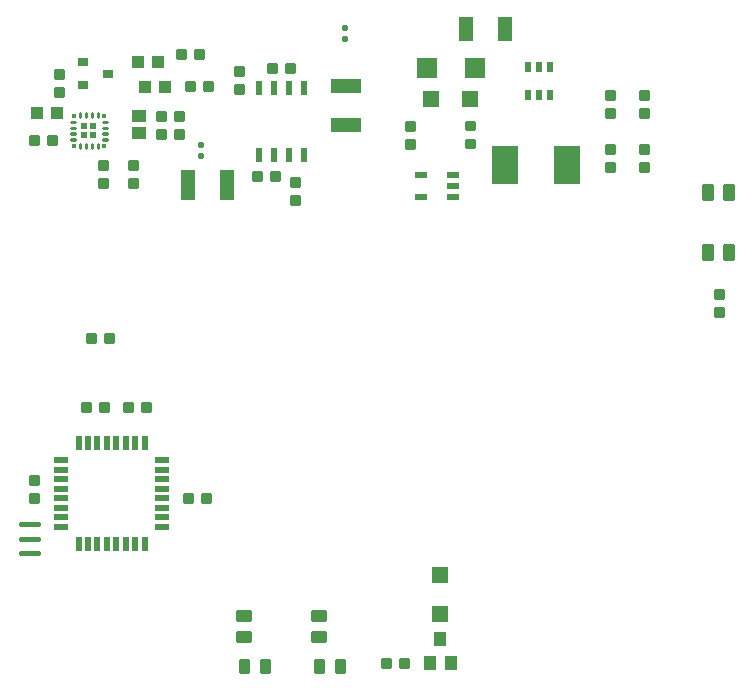
<source format=gtp>
G04 EAGLE Gerber RS-274X export*
G75*
%MOMM*%
%FSLAX34Y34*%
%LPD*%
%INTop Paste*%
%IPPOS*%
%AMOC8*
5,1,8,0,0,1.08239X$1,22.5*%
G01*
%ADD10C,0.222250*%
%ADD11R,2.500000X1.200000*%
%ADD12R,1.270000X2.032000*%
%ADD13R,1.100000X1.000000*%
%ADD14R,1.200000X2.500000*%
%ADD15R,0.900000X0.800000*%
%ADD16R,1.397000X1.397000*%
%ADD17R,1.800000X1.770000*%
%ADD18C,0.250000*%
%ADD19R,2.300000X3.300000*%
%ADD20R,1.016000X1.143000*%
%ADD21C,0.254000*%
%ADD22R,1.270000X0.558800*%
%ADD23R,0.558800X1.270000*%
%ADD24R,0.588000X0.575000*%
%ADD25R,0.611000X0.572000*%
%ADD26R,0.610000X0.607000*%
%ADD27R,0.594000X0.614000*%
%ADD28R,0.340000X0.340000*%
%ADD29C,0.266000*%
%ADD30R,0.600000X1.200000*%
%ADD31R,0.600000X0.900000*%
%ADD32R,1.050000X0.600000*%
%ADD33C,0.450000*%
%ADD34R,1.250000X1.000000*%


D10*
X273526Y176054D02*
X280194Y176054D01*
X280194Y169386D01*
X273526Y169386D01*
X273526Y176054D01*
X273526Y171498D02*
X280194Y171498D01*
X280194Y173610D02*
X273526Y173610D01*
X273526Y175722D02*
X280194Y175722D01*
X264954Y176054D02*
X258286Y176054D01*
X264954Y176054D02*
X264954Y169386D01*
X258286Y169386D01*
X258286Y176054D01*
X258286Y171498D02*
X264954Y171498D01*
X264954Y173610D02*
X258286Y173610D01*
X258286Y175722D02*
X264954Y175722D01*
D11*
X394970Y521960D03*
X394970Y488960D03*
D10*
X348456Y444024D02*
X348456Y437356D01*
X348456Y444024D02*
X355124Y444024D01*
X355124Y437356D01*
X348456Y437356D01*
X348456Y439468D02*
X355124Y439468D01*
X355124Y441580D02*
X348456Y441580D01*
X348456Y443692D02*
X355124Y443692D01*
X348456Y428784D02*
X348456Y422116D01*
X348456Y428784D02*
X355124Y428784D01*
X355124Y422116D01*
X348456Y422116D01*
X348456Y424228D02*
X355124Y424228D01*
X355124Y426340D02*
X348456Y426340D01*
X348456Y428452D02*
X355124Y428452D01*
X308134Y516096D02*
X308134Y522764D01*
X308134Y516096D02*
X301466Y516096D01*
X301466Y522764D01*
X308134Y522764D01*
X308134Y518208D02*
X301466Y518208D01*
X301466Y520320D02*
X308134Y520320D01*
X308134Y522432D02*
X301466Y522432D01*
X308134Y531336D02*
X308134Y538004D01*
X308134Y531336D02*
X301466Y531336D01*
X301466Y538004D01*
X308134Y538004D01*
X308134Y533448D02*
X301466Y533448D01*
X301466Y535560D02*
X308134Y535560D01*
X308134Y537672D02*
X301466Y537672D01*
X155734Y520224D02*
X155734Y513556D01*
X149066Y513556D01*
X149066Y520224D01*
X155734Y520224D01*
X155734Y515668D02*
X149066Y515668D01*
X149066Y517780D02*
X155734Y517780D01*
X155734Y519892D02*
X149066Y519892D01*
X155734Y528796D02*
X155734Y535464D01*
X155734Y528796D02*
X149066Y528796D01*
X149066Y535464D01*
X155734Y535464D01*
X155734Y530908D02*
X149066Y530908D01*
X149066Y533020D02*
X155734Y533020D01*
X155734Y535132D02*
X149066Y535132D01*
D12*
X496570Y570230D03*
X529590Y570230D03*
D10*
X503206Y476282D02*
X503206Y469614D01*
X496538Y469614D01*
X496538Y476282D01*
X503206Y476282D01*
X503206Y471726D02*
X496538Y471726D01*
X496538Y473838D02*
X503206Y473838D01*
X503206Y475950D02*
X496538Y475950D01*
X503206Y484854D02*
X503206Y491522D01*
X503206Y484854D02*
X496538Y484854D01*
X496538Y491522D01*
X503206Y491522D01*
X503206Y486966D02*
X496538Y486966D01*
X496538Y489078D02*
X503206Y489078D01*
X503206Y491190D02*
X496538Y491190D01*
X651034Y456724D02*
X651034Y450056D01*
X644366Y450056D01*
X644366Y456724D01*
X651034Y456724D01*
X651034Y452168D02*
X644366Y452168D01*
X644366Y454280D02*
X651034Y454280D01*
X651034Y456392D02*
X644366Y456392D01*
X651034Y465296D02*
X651034Y471964D01*
X651034Y465296D02*
X644366Y465296D01*
X644366Y471964D01*
X651034Y471964D01*
X651034Y467408D02*
X644366Y467408D01*
X644366Y469520D02*
X651034Y469520D01*
X651034Y471632D02*
X644366Y471632D01*
X621824Y456724D02*
X621824Y450056D01*
X615156Y450056D01*
X615156Y456724D01*
X621824Y456724D01*
X621824Y452168D02*
X615156Y452168D01*
X615156Y454280D02*
X621824Y454280D01*
X621824Y456392D02*
X615156Y456392D01*
X621824Y465296D02*
X621824Y471964D01*
X621824Y465296D02*
X615156Y465296D01*
X615156Y471964D01*
X621824Y471964D01*
X621824Y467408D02*
X615156Y467408D01*
X615156Y469520D02*
X621824Y469520D01*
X621824Y471632D02*
X615156Y471632D01*
X452914Y469106D02*
X452914Y475774D01*
X452914Y469106D02*
X446246Y469106D01*
X446246Y475774D01*
X452914Y475774D01*
X452914Y471218D02*
X446246Y471218D01*
X446246Y473330D02*
X452914Y473330D01*
X452914Y475442D02*
X446246Y475442D01*
X452914Y484346D02*
X452914Y491014D01*
X452914Y484346D02*
X446246Y484346D01*
X446246Y491014D01*
X452914Y491014D01*
X452914Y486458D02*
X446246Y486458D01*
X446246Y488570D02*
X452914Y488570D01*
X452914Y490682D02*
X446246Y490682D01*
X127476Y191294D02*
X127476Y184626D01*
X127476Y191294D02*
X134144Y191294D01*
X134144Y184626D01*
X127476Y184626D01*
X127476Y186738D02*
X134144Y186738D01*
X134144Y188850D02*
X127476Y188850D01*
X127476Y190962D02*
X134144Y190962D01*
X127476Y176054D02*
X127476Y169386D01*
X127476Y176054D02*
X134144Y176054D01*
X134144Y169386D01*
X127476Y169386D01*
X127476Y171498D02*
X134144Y171498D01*
X134144Y173610D02*
X127476Y173610D01*
X127476Y175722D02*
X134144Y175722D01*
X185896Y451326D02*
X185896Y457994D01*
X192564Y457994D01*
X192564Y451326D01*
X185896Y451326D01*
X185896Y453438D02*
X192564Y453438D01*
X192564Y455550D02*
X185896Y455550D01*
X185896Y457662D02*
X192564Y457662D01*
X185896Y442754D02*
X185896Y436086D01*
X185896Y442754D02*
X192564Y442754D01*
X192564Y436086D01*
X185896Y436086D01*
X185896Y438198D02*
X192564Y438198D01*
X192564Y440310D02*
X185896Y440310D01*
X185896Y442422D02*
X192564Y442422D01*
X211296Y451326D02*
X211296Y457994D01*
X217964Y457994D01*
X217964Y451326D01*
X211296Y451326D01*
X211296Y453438D02*
X217964Y453438D01*
X217964Y455550D02*
X211296Y455550D01*
X211296Y457662D02*
X217964Y457662D01*
X211296Y442754D02*
X211296Y436086D01*
X211296Y442754D02*
X217964Y442754D01*
X217964Y436086D01*
X211296Y436086D01*
X211296Y438198D02*
X217964Y438198D01*
X217964Y440310D02*
X211296Y440310D01*
X211296Y442422D02*
X217964Y442422D01*
X250666Y499904D02*
X257334Y499904D01*
X257334Y493236D01*
X250666Y493236D01*
X250666Y499904D01*
X250666Y495348D02*
X257334Y495348D01*
X257334Y497460D02*
X250666Y497460D01*
X250666Y499572D02*
X257334Y499572D01*
X242094Y499904D02*
X235426Y499904D01*
X242094Y499904D02*
X242094Y493236D01*
X235426Y493236D01*
X235426Y499904D01*
X235426Y495348D02*
X242094Y495348D01*
X242094Y497460D02*
X235426Y497460D01*
X235426Y499572D02*
X242094Y499572D01*
X250666Y484664D02*
X257334Y484664D01*
X257334Y477996D01*
X250666Y477996D01*
X250666Y484664D01*
X250666Y480108D02*
X257334Y480108D01*
X257334Y482220D02*
X250666Y482220D01*
X250666Y484332D02*
X257334Y484332D01*
X242094Y484664D02*
X235426Y484664D01*
X242094Y484664D02*
X242094Y477996D01*
X235426Y477996D01*
X235426Y484664D01*
X235426Y480108D02*
X242094Y480108D01*
X242094Y482220D02*
X235426Y482220D01*
X235426Y484332D02*
X242094Y484332D01*
D13*
X225180Y520700D03*
X242180Y520700D03*
X218830Y542290D03*
X235830Y542290D03*
D14*
X261630Y438150D03*
X294630Y438150D03*
D15*
X172880Y541630D03*
X172880Y522630D03*
X193880Y532130D03*
D10*
X305276Y25241D02*
X311944Y25241D01*
X305276Y25241D02*
X305276Y35719D01*
X311944Y35719D01*
X311944Y25241D01*
X311944Y27353D02*
X305276Y27353D01*
X305276Y29465D02*
X311944Y29465D01*
X311944Y31577D02*
X305276Y31577D01*
X305276Y33689D02*
X311944Y33689D01*
X323056Y25241D02*
X329724Y25241D01*
X323056Y25241D02*
X323056Y35719D01*
X329724Y35719D01*
X329724Y25241D01*
X329724Y27353D02*
X323056Y27353D01*
X323056Y29465D02*
X329724Y29465D01*
X329724Y31577D02*
X323056Y31577D01*
X323056Y33689D02*
X329724Y33689D01*
X368776Y25241D02*
X375444Y25241D01*
X368776Y25241D02*
X368776Y35719D01*
X375444Y35719D01*
X375444Y25241D01*
X375444Y27353D02*
X368776Y27353D01*
X368776Y29465D02*
X375444Y29465D01*
X375444Y31577D02*
X368776Y31577D01*
X368776Y33689D02*
X375444Y33689D01*
X386556Y25241D02*
X393224Y25241D01*
X386556Y25241D02*
X386556Y35719D01*
X393224Y35719D01*
X393224Y25241D01*
X393224Y27353D02*
X386556Y27353D01*
X386556Y29465D02*
X393224Y29465D01*
X393224Y31577D02*
X386556Y31577D01*
X386556Y33689D02*
X393224Y33689D01*
D16*
X499872Y510540D03*
X466852Y510540D03*
D17*
X463450Y537210D03*
X504290Y537210D03*
D16*
X474980Y74930D03*
X474980Y107950D03*
D13*
X150740Y499110D03*
X133740Y499110D03*
D18*
X273030Y463985D02*
X273030Y461485D01*
X270530Y461485D01*
X270530Y463985D01*
X273030Y463985D01*
X273030Y463860D02*
X270530Y463860D01*
X273030Y470735D02*
X273030Y473235D01*
X273030Y470735D02*
X270530Y470735D01*
X270530Y473235D01*
X273030Y473235D01*
X273030Y473110D02*
X270530Y473110D01*
X394950Y560545D02*
X394950Y563045D01*
X394950Y560545D02*
X392450Y560545D01*
X392450Y563045D01*
X394950Y563045D01*
X394950Y562920D02*
X392450Y562920D01*
X394950Y569795D02*
X394950Y572295D01*
X394950Y569795D02*
X392450Y569795D01*
X392450Y572295D01*
X394950Y572295D01*
X394950Y572170D02*
X392450Y572170D01*
D19*
X529760Y454660D03*
X582760Y454660D03*
D20*
X474980Y53340D03*
X483870Y33020D03*
X466090Y33020D03*
D10*
X193834Y253524D02*
X187166Y253524D01*
X193834Y253524D02*
X193834Y246856D01*
X187166Y246856D01*
X187166Y253524D01*
X187166Y248968D02*
X193834Y248968D01*
X193834Y251080D02*
X187166Y251080D01*
X187166Y253192D02*
X193834Y253192D01*
X178594Y253524D02*
X171926Y253524D01*
X178594Y253524D02*
X178594Y246856D01*
X171926Y246856D01*
X171926Y253524D01*
X171926Y248968D02*
X178594Y248968D01*
X178594Y251080D02*
X171926Y251080D01*
X171926Y253192D02*
X178594Y253192D01*
D21*
X366395Y77470D02*
X366395Y69850D01*
X366395Y77470D02*
X377825Y77470D01*
X377825Y69850D01*
X366395Y69850D01*
X366395Y72263D02*
X377825Y72263D01*
X377825Y74676D02*
X366395Y74676D01*
X366395Y77089D02*
X377825Y77089D01*
X366395Y59690D02*
X366395Y52070D01*
X366395Y59690D02*
X377825Y59690D01*
X377825Y52070D01*
X366395Y52070D01*
X366395Y54483D02*
X377825Y54483D01*
X377825Y56896D02*
X366395Y56896D01*
X366395Y59309D02*
X377825Y59309D01*
D10*
X707866Y342106D02*
X707866Y348774D01*
X714534Y348774D01*
X714534Y342106D01*
X707866Y342106D01*
X707866Y344218D02*
X714534Y344218D01*
X714534Y346330D02*
X707866Y346330D01*
X707866Y348442D02*
X714534Y348442D01*
X707866Y333534D02*
X707866Y326866D01*
X707866Y333534D02*
X714534Y333534D01*
X714534Y326866D01*
X707866Y326866D01*
X707866Y328978D02*
X714534Y328978D01*
X714534Y331090D02*
X707866Y331090D01*
X707866Y333202D02*
X714534Y333202D01*
D21*
X704850Y375285D02*
X697230Y375285D01*
X697230Y386715D01*
X704850Y386715D01*
X704850Y375285D01*
X704850Y377698D02*
X697230Y377698D01*
X697230Y380111D02*
X704850Y380111D01*
X704850Y382524D02*
X697230Y382524D01*
X697230Y384937D02*
X704850Y384937D01*
X715010Y375285D02*
X722630Y375285D01*
X715010Y375285D02*
X715010Y386715D01*
X722630Y386715D01*
X722630Y375285D01*
X722630Y377698D02*
X715010Y377698D01*
X715010Y380111D02*
X722630Y380111D01*
X722630Y382524D02*
X715010Y382524D01*
X715010Y384937D02*
X722630Y384937D01*
X704850Y426085D02*
X697230Y426085D01*
X697230Y437515D01*
X704850Y437515D01*
X704850Y426085D01*
X704850Y428498D02*
X697230Y428498D01*
X697230Y430911D02*
X704850Y430911D01*
X704850Y433324D02*
X697230Y433324D01*
X697230Y435737D02*
X704850Y435737D01*
X715010Y426085D02*
X722630Y426085D01*
X715010Y426085D02*
X715010Y437515D01*
X722630Y437515D01*
X722630Y426085D01*
X722630Y428498D02*
X715010Y428498D01*
X715010Y430911D02*
X722630Y430911D01*
X722630Y433324D02*
X715010Y433324D01*
X715010Y435737D02*
X722630Y435737D01*
D10*
X644366Y511016D02*
X644366Y517684D01*
X651034Y517684D01*
X651034Y511016D01*
X644366Y511016D01*
X644366Y513128D02*
X651034Y513128D01*
X651034Y515240D02*
X644366Y515240D01*
X644366Y517352D02*
X651034Y517352D01*
X644366Y502444D02*
X644366Y495776D01*
X644366Y502444D02*
X651034Y502444D01*
X651034Y495776D01*
X644366Y495776D01*
X644366Y497888D02*
X651034Y497888D01*
X651034Y500000D02*
X644366Y500000D01*
X644366Y502112D02*
X651034Y502112D01*
X615156Y511016D02*
X615156Y517684D01*
X621824Y517684D01*
X621824Y511016D01*
X615156Y511016D01*
X615156Y513128D02*
X621824Y513128D01*
X621824Y515240D02*
X615156Y515240D01*
X615156Y517352D02*
X621824Y517352D01*
X615156Y502444D02*
X615156Y495776D01*
X615156Y502444D02*
X621824Y502444D01*
X621824Y495776D01*
X615156Y495776D01*
X615156Y497888D02*
X621824Y497888D01*
X621824Y500000D02*
X615156Y500000D01*
X615156Y502112D02*
X621824Y502112D01*
X432594Y29686D02*
X425926Y29686D01*
X425926Y36354D01*
X432594Y36354D01*
X432594Y29686D01*
X432594Y31798D02*
X425926Y31798D01*
X425926Y33910D02*
X432594Y33910D01*
X432594Y36022D02*
X425926Y36022D01*
X441166Y29686D02*
X447834Y29686D01*
X441166Y29686D02*
X441166Y36354D01*
X447834Y36354D01*
X447834Y29686D01*
X447834Y31798D02*
X441166Y31798D01*
X441166Y33910D02*
X447834Y33910D01*
X447834Y36022D02*
X441166Y36022D01*
X229394Y253524D02*
X222726Y253524D01*
X229394Y253524D02*
X229394Y246856D01*
X222726Y246856D01*
X222726Y253524D01*
X222726Y248968D02*
X229394Y248968D01*
X229394Y251080D02*
X222726Y251080D01*
X222726Y253192D02*
X229394Y253192D01*
X214154Y253524D02*
X207486Y253524D01*
X214154Y253524D02*
X214154Y246856D01*
X207486Y246856D01*
X207486Y253524D01*
X207486Y248968D02*
X214154Y248968D01*
X214154Y251080D02*
X207486Y251080D01*
X207486Y253192D02*
X214154Y253192D01*
X182404Y305276D02*
X175736Y305276D01*
X175736Y311944D01*
X182404Y311944D01*
X182404Y305276D01*
X182404Y307388D02*
X175736Y307388D01*
X175736Y309500D02*
X182404Y309500D01*
X182404Y311612D02*
X175736Y311612D01*
X190976Y305276D02*
X197644Y305276D01*
X190976Y305276D02*
X190976Y311944D01*
X197644Y311944D01*
X197644Y305276D01*
X197644Y307388D02*
X190976Y307388D01*
X190976Y309500D02*
X197644Y309500D01*
X197644Y311612D02*
X190976Y311612D01*
X134144Y472916D02*
X127476Y472916D01*
X127476Y479584D01*
X134144Y479584D01*
X134144Y472916D01*
X134144Y475028D02*
X127476Y475028D01*
X127476Y477140D02*
X134144Y477140D01*
X134144Y479252D02*
X127476Y479252D01*
X142716Y472916D02*
X149384Y472916D01*
X142716Y472916D02*
X142716Y479584D01*
X149384Y479584D01*
X149384Y472916D01*
X149384Y475028D02*
X142716Y475028D01*
X142716Y477140D02*
X149384Y477140D01*
X149384Y479252D02*
X142716Y479252D01*
X259556Y518636D02*
X266224Y518636D01*
X259556Y518636D02*
X259556Y525304D01*
X266224Y525304D01*
X266224Y518636D01*
X266224Y520748D02*
X259556Y520748D01*
X259556Y522860D02*
X266224Y522860D01*
X266224Y524972D02*
X259556Y524972D01*
X274796Y518636D02*
X281464Y518636D01*
X274796Y518636D02*
X274796Y525304D01*
X281464Y525304D01*
X281464Y518636D01*
X281464Y520748D02*
X274796Y520748D01*
X274796Y522860D02*
X281464Y522860D01*
X281464Y524972D02*
X274796Y524972D01*
X258604Y545306D02*
X251936Y545306D01*
X251936Y551974D01*
X258604Y551974D01*
X258604Y545306D01*
X258604Y547418D02*
X251936Y547418D01*
X251936Y549530D02*
X258604Y549530D01*
X258604Y551642D02*
X251936Y551642D01*
X267176Y545306D02*
X273844Y545306D01*
X267176Y545306D02*
X267176Y551974D01*
X273844Y551974D01*
X273844Y545306D01*
X273844Y547418D02*
X267176Y547418D01*
X267176Y549530D02*
X273844Y549530D01*
X273844Y551642D02*
X267176Y551642D01*
X331946Y449104D02*
X338614Y449104D01*
X338614Y442436D01*
X331946Y442436D01*
X331946Y449104D01*
X331946Y444548D02*
X338614Y444548D01*
X338614Y446660D02*
X331946Y446660D01*
X331946Y448772D02*
X338614Y448772D01*
X323374Y449104D02*
X316706Y449104D01*
X323374Y449104D02*
X323374Y442436D01*
X316706Y442436D01*
X316706Y449104D01*
X316706Y444548D02*
X323374Y444548D01*
X323374Y446660D02*
X316706Y446660D01*
X316706Y448772D02*
X323374Y448772D01*
X344646Y540544D02*
X351314Y540544D01*
X351314Y533876D01*
X344646Y533876D01*
X344646Y540544D01*
X344646Y535988D02*
X351314Y535988D01*
X351314Y538100D02*
X344646Y538100D01*
X344646Y540212D02*
X351314Y540212D01*
X336074Y540544D02*
X329406Y540544D01*
X336074Y540544D02*
X336074Y533876D01*
X329406Y533876D01*
X329406Y540544D01*
X329406Y535988D02*
X336074Y535988D01*
X336074Y538100D02*
X329406Y538100D01*
X329406Y540212D02*
X336074Y540212D01*
D21*
X302895Y77470D02*
X302895Y69850D01*
X302895Y77470D02*
X314325Y77470D01*
X314325Y69850D01*
X302895Y69850D01*
X302895Y72263D02*
X314325Y72263D01*
X314325Y74676D02*
X302895Y74676D01*
X302895Y77089D02*
X314325Y77089D01*
X302895Y59690D02*
X302895Y52070D01*
X302895Y59690D02*
X314325Y59690D01*
X314325Y52070D01*
X302895Y52070D01*
X302895Y54483D02*
X314325Y54483D01*
X314325Y56896D02*
X302895Y56896D01*
X302895Y59309D02*
X314325Y59309D01*
D22*
X153924Y204530D03*
X153924Y196530D03*
X153924Y188530D03*
X153924Y180530D03*
X153924Y172530D03*
X153924Y164530D03*
X153924Y156530D03*
X153924Y148530D03*
D23*
X168850Y133604D03*
X176850Y133604D03*
X184850Y133604D03*
X192850Y133604D03*
X200850Y133604D03*
X208850Y133604D03*
X216850Y133604D03*
X224850Y133604D03*
D22*
X239776Y148530D03*
X239776Y156530D03*
X239776Y164530D03*
X239776Y172530D03*
X239776Y180530D03*
X239776Y188530D03*
X239776Y196530D03*
X239776Y204530D03*
D23*
X224850Y219456D03*
X216850Y219456D03*
X208850Y219456D03*
X200850Y219456D03*
X192850Y219456D03*
X184850Y219456D03*
X176850Y219456D03*
X168850Y219456D03*
D24*
X173750Y487755D03*
D25*
X181345Y487770D03*
D26*
X181310Y480115D03*
D27*
X173850Y480180D03*
D28*
X165050Y496520D03*
D29*
X162730Y491440D02*
X162730Y491300D01*
X162730Y491440D02*
X166170Y491440D01*
X166170Y491300D01*
X162730Y491300D01*
X162730Y486440D02*
X162730Y486300D01*
X162730Y486440D02*
X166170Y486440D01*
X166170Y486300D01*
X162730Y486300D01*
X162730Y481440D02*
X162730Y481300D01*
X162730Y481440D02*
X166170Y481440D01*
X166170Y481300D01*
X162730Y481300D01*
X162730Y476440D02*
X162730Y476300D01*
X162730Y476440D02*
X166170Y476440D01*
X166170Y476300D01*
X162730Y476300D01*
D28*
X165150Y471220D03*
D29*
X170230Y472240D02*
X170370Y472240D01*
X170370Y468800D01*
X170230Y468800D01*
X170230Y472240D01*
X170230Y471327D02*
X170370Y471327D01*
X175230Y472240D02*
X175370Y472240D01*
X175370Y468800D01*
X175230Y468800D01*
X175230Y472240D01*
X175230Y471327D02*
X175370Y471327D01*
X180230Y472240D02*
X180370Y472240D01*
X180370Y468800D01*
X180230Y468800D01*
X180230Y472240D01*
X180230Y471327D02*
X180370Y471327D01*
X185230Y472240D02*
X185370Y472240D01*
X185370Y468800D01*
X185230Y468800D01*
X185230Y472240D01*
X185230Y471327D02*
X185370Y471327D01*
D28*
X190450Y471220D03*
D29*
X192870Y476300D02*
X192870Y476440D01*
X192870Y476300D02*
X189430Y476300D01*
X189430Y476440D01*
X192870Y476440D01*
X192870Y481300D02*
X192870Y481440D01*
X192870Y481300D02*
X189430Y481300D01*
X189430Y481440D01*
X192870Y481440D01*
X192870Y486300D02*
X192870Y486440D01*
X192870Y486300D02*
X189430Y486300D01*
X189430Y486440D01*
X192870Y486440D01*
X192870Y491300D02*
X192870Y491440D01*
X192870Y491300D02*
X189430Y491300D01*
X189430Y491440D01*
X192870Y491440D01*
D28*
X190450Y496520D03*
D29*
X185370Y495500D02*
X185230Y495500D01*
X185230Y498940D01*
X185370Y498940D01*
X185370Y495500D01*
X185370Y498027D02*
X185230Y498027D01*
X180370Y495500D02*
X180230Y495500D01*
X180230Y498940D01*
X180370Y498940D01*
X180370Y495500D01*
X180370Y498027D02*
X180230Y498027D01*
X175370Y495500D02*
X175230Y495500D01*
X175230Y498940D01*
X175370Y498940D01*
X175370Y495500D01*
X175370Y498027D02*
X175230Y498027D01*
X170370Y495500D02*
X170230Y495500D01*
X170230Y498940D01*
X170370Y498940D01*
X170370Y495500D01*
X170370Y498027D02*
X170230Y498027D01*
D30*
X321310Y463490D03*
X334010Y463490D03*
X346710Y463490D03*
X359410Y463490D03*
X359410Y519490D03*
X346710Y519490D03*
X334010Y519490D03*
X321310Y519490D03*
D31*
X549300Y514280D03*
X558800Y514280D03*
X568300Y514280D03*
X568300Y537280D03*
X558800Y537280D03*
X549300Y537280D03*
D32*
X485940Y427380D03*
X485940Y436880D03*
X485940Y446380D03*
X458940Y427380D03*
X458940Y446380D03*
D33*
X134275Y150430D02*
X119725Y150430D01*
X119725Y138430D02*
X134275Y138430D01*
X134275Y126430D02*
X119725Y126430D01*
D34*
X219710Y481450D03*
X219710Y496450D03*
M02*

</source>
